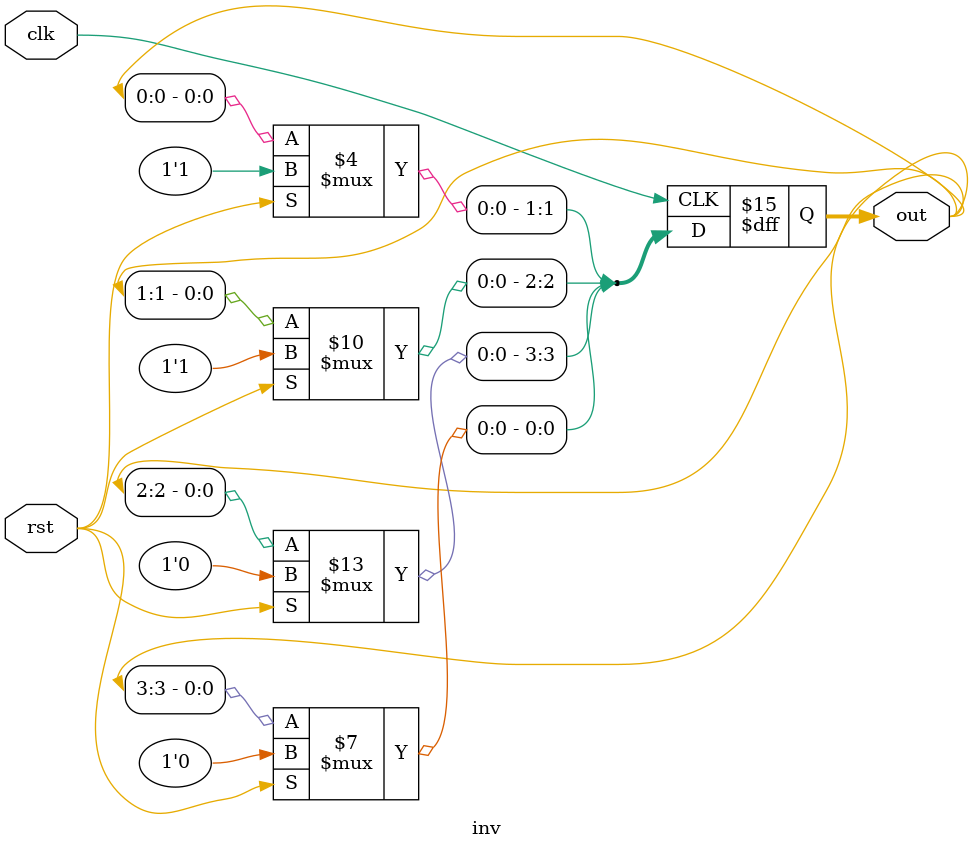
<source format=v>
`timescale 1ns / 1ps

module inv(clk,rst,out);
input clk,rst;
output [3:0]out;
reg [3:0]out;

initial out = 4'b0110;

always @(posedge clk) begin 
if(rst) out = 4'b0110;
else begin
out[3] <= out[2];
out[2] <= out[1];
out[1] <= out[0];
out[0] <= out[3];
end
end
endmodule
</source>
